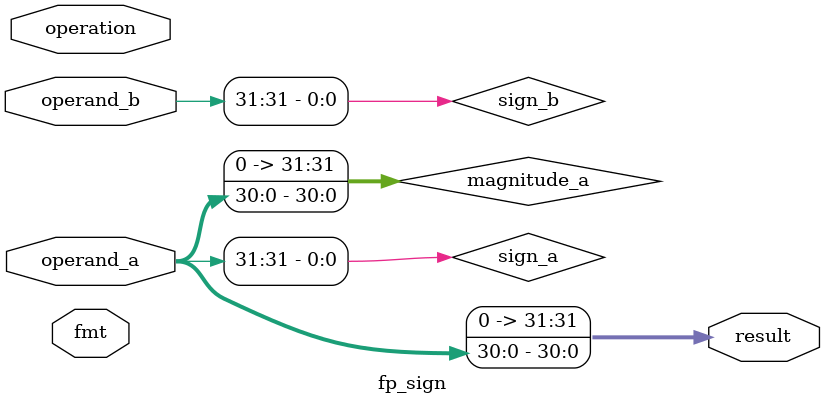
<source format=v>

module fp_sign #(
  parameter FLEN = 32  // 32 for single-precision, 64 for double-precision
) (
  // Operands
  input  wire [FLEN-1:0]   operand_a,   // rs1
  input  wire [FLEN-1:0]   operand_b,   // rs2

  // Control (operation select)
  input  wire [1:0]        operation,   // 00: FSGNJ, 01: FSGNJN, 10: FSGNJX
  input  wire              fmt,          // 0: single-precision, 1: double-precision

  // Result
  output wire [FLEN-1:0]   result
);

  // Extract signs and magnitudes based on format
  // Single-precision: sign at bit [31], double-precision: sign at bit [FLEN-1]
  wire sign_a;
  wire sign_b;
  wire [FLEN-1:0] magnitude_a;

  generate
    if (FLEN == 64) begin : g_flen64
      // For FLEN=64, support both single and double precision
      assign sign_a = fmt ? operand_a[63] : operand_a[31];
      assign sign_b = fmt ? operand_b[63] : operand_b[31];
      // For single-precision: magnitude is only lower 31 bits [30:0]
      // For double-precision: magnitude is lower 63 bits [62:0]
      assign magnitude_a = fmt ? operand_a[62:0] : operand_a[30:0];
    end else begin : g_flen32
      // For FLEN=32, only single-precision supported
      assign sign_a = operand_a[31];
      assign sign_b = operand_b[31];
      assign magnitude_a = operand_a[30:0];
    end
  endgenerate

  // Compute result sign based on operation
  reg result_sign;

  always @(*) begin
    case (operation)
      2'b00:   result_sign = sign_b;           // FSGNJ: use sign of rs2
      2'b01:   result_sign = ~sign_b;          // FSGNJN: use negated sign of rs2
      2'b10:   result_sign = sign_a ^ sign_b;  // FSGNJX: XOR signs
      default: result_sign = sign_a;           // Default: keep original sign
    endcase
  end

  // Assemble result: new sign + original magnitude
  // For FLEN=64 with single-precision (fmt=0), preserve NaN-boxing in upper bits
  generate
    if (FLEN == 64) begin : g_result_flen64
      assign result = fmt ? {result_sign, magnitude_a} :
                            {operand_a[63:32], result_sign, magnitude_a[30:0]};
    end else begin : g_result_flen32
      assign result = {result_sign, magnitude_a};
    end
  endgenerate

endmodule

</source>
